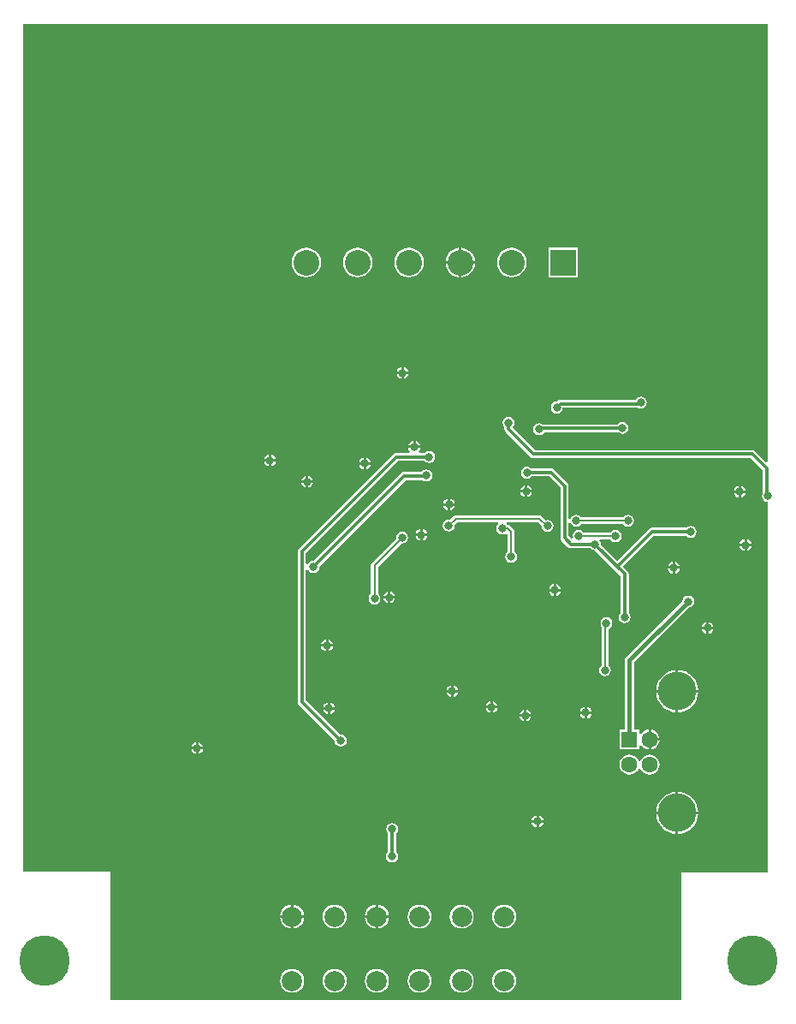
<source format=gbl>
%FSLAX23Y23*%
%MOIN*%
G70*
G01*
G75*
G04 Layer_Physical_Order=2*
G04 Layer_Color=16711680*
%ADD10R,0.012X0.063*%
%ADD11R,0.049X0.035*%
%ADD12R,0.020X0.059*%
%ADD13R,0.047X0.024*%
%ADD14R,0.035X0.049*%
%ADD15R,0.063X0.012*%
%ADD16R,0.035X0.083*%
%ADD17R,0.130X0.083*%
%ADD18R,0.071X0.014*%
%ADD19R,0.217X0.059*%
%ADD20R,0.033X0.031*%
%ADD21R,0.031X0.033*%
%ADD22R,0.024X0.081*%
%ADD23R,0.039X0.069*%
%ADD24R,0.033X0.051*%
%ADD25R,0.051X0.033*%
%ADD26C,0.012*%
%ADD27C,0.008*%
%ADD28C,0.016*%
%ADD29C,0.006*%
%ADD30C,0.063*%
%ADD31R,0.063X0.063*%
%ADD32C,0.150*%
%ADD33R,0.100X0.100*%
%ADD34C,0.100*%
%ADD35C,0.197*%
%ADD36C,0.079*%
%ADD37C,0.032*%
G36*
X11700Y6598D02*
Y4900D01*
X11693Y4896D01*
X11651Y4939D01*
X11645Y4942D01*
X11639Y4943D01*
X10794D01*
X10706Y5031D01*
Y5032D01*
X10707Y5032D01*
X10712Y5040D01*
X10713Y5049D01*
X10712Y5058D01*
X10707Y5066D01*
X10699Y5071D01*
X10690Y5072D01*
X10681Y5071D01*
X10673Y5066D01*
X10668Y5058D01*
X10667Y5049D01*
X10668Y5040D01*
X10673Y5032D01*
X10674Y5032D01*
Y5024D01*
X10674Y5024D01*
X10674D01*
X10675Y5018D01*
X10678Y5012D01*
X10775Y4915D01*
X10775Y4915D01*
X10775Y4915D01*
X10775Y4915D01*
Y4915D01*
X10781Y4912D01*
X10787Y4911D01*
X11632D01*
X11679Y4864D01*
Y4774D01*
X11678Y4773D01*
X11677Y4764D01*
X11678Y4755D01*
X11683Y4747D01*
X11691Y4742D01*
X11700Y4741D01*
Y3299D01*
X11364D01*
X11362Y3297D01*
Y2803D01*
X9140D01*
X9138Y2807D01*
X9138D01*
X9138Y2807D01*
Y3301D01*
X8800D01*
Y6600D01*
X11698D01*
X11700Y6598D01*
D02*
G37*
%LPC*%
G36*
X10646Y3937D02*
X10629D01*
Y3920D01*
X10633Y3920D01*
X10641Y3925D01*
X10646Y3933D01*
X10646Y3937D01*
D02*
G37*
G36*
X10013Y3932D02*
X9996D01*
Y3915D01*
X10000Y3915D01*
X10008Y3920D01*
X10013Y3928D01*
X10013Y3932D01*
D02*
G37*
G36*
X10619Y3937D02*
X10602D01*
X10602Y3933D01*
X10607Y3925D01*
X10615Y3920D01*
X10619Y3920D01*
Y3937D01*
D02*
G37*
G36*
X11341Y3999D02*
X11265D01*
X11266Y3988D01*
X11271Y3973D01*
X11278Y3958D01*
X11288Y3946D01*
X11301Y3936D01*
X11315Y3928D01*
X11330Y3923D01*
X11341Y3922D01*
Y3999D01*
D02*
G37*
G36*
X10996Y3942D02*
Y3925D01*
X11013D01*
X11013Y3929D01*
X11008Y3937D01*
X11000Y3942D01*
X10996Y3942D01*
D02*
G37*
G36*
X10986D02*
X10982Y3942D01*
X10974Y3937D01*
X10969Y3929D01*
X10969Y3925D01*
X10986D01*
Y3942D01*
D02*
G37*
G36*
X11428Y3999D02*
X11351D01*
Y3922D01*
X11363Y3923D01*
X11378Y3928D01*
X11392Y3936D01*
X11405Y3946D01*
X11415Y3958D01*
X11422Y3973D01*
X11427Y3988D01*
X11428Y3999D01*
D02*
G37*
G36*
X9986Y3932D02*
X9969D01*
X9969Y3928D01*
X9974Y3920D01*
X9982Y3915D01*
X9986Y3915D01*
Y3932D01*
D02*
G37*
G36*
X10750Y3904D02*
X10733D01*
X10733Y3900D01*
X10738Y3892D01*
X10746Y3887D01*
X10750Y3887D01*
Y3904D01*
D02*
G37*
G36*
X10777D02*
X10760D01*
Y3887D01*
X10764Y3887D01*
X10772Y3892D01*
X10777Y3900D01*
X10777Y3904D01*
D02*
G37*
G36*
X9482Y3804D02*
Y3787D01*
X9499D01*
X9499Y3791D01*
X9494Y3799D01*
X9486Y3804D01*
X9482Y3804D01*
D02*
G37*
G36*
X11245Y3854D02*
Y3821D01*
X11278D01*
X11277Y3826D01*
X11273Y3836D01*
X11267Y3844D01*
X11259Y3850D01*
X11250Y3854D01*
X11245Y3854D01*
D02*
G37*
G36*
X10750Y3931D02*
X10746Y3931D01*
X10738Y3926D01*
X10733Y3918D01*
X10733Y3914D01*
X10750D01*
Y3931D01*
D02*
G37*
G36*
X10760D02*
Y3914D01*
X10777D01*
X10777Y3918D01*
X10772Y3926D01*
X10764Y3931D01*
X10760Y3931D01*
D02*
G37*
G36*
X10986Y3915D02*
X10969D01*
X10969Y3911D01*
X10974Y3903D01*
X10982Y3898D01*
X10986Y3898D01*
Y3915D01*
D02*
G37*
G36*
X11013D02*
X10996D01*
Y3898D01*
X11000Y3898D01*
X11008Y3903D01*
X11013Y3911D01*
X11013Y3915D01*
D02*
G37*
G36*
X9978Y4177D02*
X9961D01*
X9961Y4173D01*
X9966Y4165D01*
X9974Y4160D01*
X9978Y4160D01*
Y4177D01*
D02*
G37*
G36*
X10005D02*
X9988D01*
Y4160D01*
X9992Y4160D01*
X10000Y4165D01*
X10005Y4173D01*
X10005Y4177D01*
D02*
G37*
G36*
X11351Y4086D02*
Y4009D01*
X11428D01*
X11427Y4020D01*
X11422Y4035D01*
X11415Y4050D01*
X11405Y4062D01*
X11392Y4072D01*
X11378Y4080D01*
X11363Y4085D01*
X11351Y4086D01*
D02*
G37*
G36*
X11071Y4291D02*
X11062Y4290D01*
X11054Y4285D01*
X11049Y4277D01*
X11048Y4268D01*
X11049Y4259D01*
X11052Y4255D01*
Y4105D01*
X11048Y4103D01*
X11043Y4095D01*
X11042Y4086D01*
X11043Y4077D01*
X11048Y4069D01*
X11056Y4064D01*
X11065Y4063D01*
X11074Y4064D01*
X11082Y4069D01*
X11087Y4077D01*
X11088Y4086D01*
X11087Y4095D01*
X11082Y4103D01*
X11078Y4105D01*
Y4246D01*
X11080Y4246D01*
X11088Y4251D01*
X11093Y4259D01*
X11094Y4268D01*
X11093Y4277D01*
X11088Y4285D01*
X11080Y4290D01*
X11071Y4291D01*
D02*
G37*
G36*
X11460Y4245D02*
X11443D01*
X11443Y4241D01*
X11448Y4233D01*
X11456Y4228D01*
X11460Y4228D01*
Y4245D01*
D02*
G37*
G36*
X11487D02*
X11470D01*
Y4228D01*
X11474Y4228D01*
X11482Y4233D01*
X11487Y4241D01*
X11487Y4245D01*
D02*
G37*
G36*
X9978Y4204D02*
X9974Y4204D01*
X9966Y4199D01*
X9961Y4191D01*
X9961Y4187D01*
X9978D01*
Y4204D01*
D02*
G37*
G36*
X9988D02*
Y4187D01*
X10005D01*
X10005Y4191D01*
X10000Y4199D01*
X9992Y4204D01*
X9988Y4204D01*
D02*
G37*
G36*
X11341Y4086D02*
X11330Y4085D01*
X11315Y4080D01*
X11301Y4072D01*
X11288Y4062D01*
X11278Y4050D01*
X11271Y4035D01*
X11266Y4020D01*
X11265Y4009D01*
X11341D01*
Y4086D01*
D02*
G37*
G36*
X10619Y3964D02*
X10615Y3964D01*
X10607Y3959D01*
X10602Y3951D01*
X10602Y3947D01*
X10619D01*
Y3964D01*
D02*
G37*
G36*
X10629D02*
Y3947D01*
X10646D01*
X10646Y3951D01*
X10641Y3959D01*
X10633Y3964D01*
X10629Y3964D01*
D02*
G37*
G36*
X9986Y3959D02*
X9982Y3959D01*
X9974Y3954D01*
X9969Y3946D01*
X9969Y3942D01*
X9986D01*
Y3959D01*
D02*
G37*
G36*
X9996D02*
Y3942D01*
X10013D01*
X10013Y3946D01*
X10008Y3954D01*
X10000Y3959D01*
X9996Y3959D01*
D02*
G37*
G36*
X10466Y4026D02*
X10462Y4026D01*
X10454Y4021D01*
X10449Y4013D01*
X10449Y4009D01*
X10466D01*
Y4026D01*
D02*
G37*
G36*
X10476D02*
Y4009D01*
X10493D01*
X10493Y4013D01*
X10488Y4021D01*
X10480Y4026D01*
X10476Y4026D01*
D02*
G37*
G36*
X10466Y3999D02*
X10449D01*
X10449Y3995D01*
X10454Y3987D01*
X10462Y3982D01*
X10466Y3982D01*
Y3999D01*
D02*
G37*
G36*
X10493D02*
X10476D01*
Y3982D01*
X10480Y3982D01*
X10488Y3987D01*
X10493Y3995D01*
X10493Y3999D01*
D02*
G37*
G36*
X9842Y3121D02*
X9801D01*
X9802Y3114D01*
X9807Y3103D01*
X9814Y3093D01*
X9824Y3086D01*
X9835Y3081D01*
X9842Y3080D01*
Y3121D01*
D02*
G37*
G36*
X9894D02*
X9852D01*
Y3080D01*
X9860Y3081D01*
X9871Y3086D01*
X9880Y3093D01*
X9888Y3103D01*
X9893Y3114D01*
X9894Y3121D01*
D02*
G37*
G36*
X10508Y3173D02*
X10496Y3172D01*
X10484Y3167D01*
X10475Y3160D01*
X10467Y3150D01*
X10462Y3139D01*
X10461Y3126D01*
X10462Y3114D01*
X10467Y3103D01*
X10475Y3093D01*
X10484Y3086D01*
X10496Y3081D01*
X10508Y3080D01*
X10520Y3081D01*
X10531Y3086D01*
X10541Y3093D01*
X10548Y3103D01*
X10553Y3114D01*
X10554Y3126D01*
X10553Y3139D01*
X10548Y3150D01*
X10541Y3160D01*
X10531Y3167D01*
X10520Y3172D01*
X10508Y3173D01*
D02*
G37*
G36*
X10673D02*
X10660Y3172D01*
X10649Y3167D01*
X10640Y3160D01*
X10632Y3150D01*
X10627Y3139D01*
X10626Y3126D01*
X10627Y3114D01*
X10632Y3103D01*
X10640Y3093D01*
X10649Y3086D01*
X10660Y3081D01*
X10673Y3080D01*
X10685Y3081D01*
X10696Y3086D01*
X10706Y3093D01*
X10713Y3103D01*
X10718Y3114D01*
X10719Y3126D01*
X10718Y3139D01*
X10713Y3150D01*
X10706Y3160D01*
X10696Y3167D01*
X10685Y3172D01*
X10673Y3173D01*
D02*
G37*
G36*
X9842Y3173D02*
X9835Y3172D01*
X9824Y3167D01*
X9814Y3160D01*
X9807Y3150D01*
X9802Y3139D01*
X9801Y3131D01*
X9842D01*
Y3173D01*
D02*
G37*
G36*
X9852D02*
Y3131D01*
X9894D01*
X9893Y3139D01*
X9888Y3150D01*
X9880Y3160D01*
X9871Y3167D01*
X9860Y3172D01*
X9852Y3173D01*
D02*
G37*
G36*
X10172Y3121D02*
X10131D01*
X10132Y3114D01*
X10137Y3103D01*
X10144Y3093D01*
X10154Y3086D01*
X10165Y3081D01*
X10172Y3080D01*
Y3121D01*
D02*
G37*
G36*
X10223D02*
X10182D01*
Y3080D01*
X10189Y3081D01*
X10201Y3086D01*
X10210Y3093D01*
X10218Y3103D01*
X10222Y3114D01*
X10223Y3121D01*
D02*
G37*
G36*
X10177Y2923D02*
X10165Y2922D01*
X10154Y2917D01*
X10144Y2910D01*
X10137Y2900D01*
X10132Y2889D01*
X10131Y2876D01*
X10132Y2864D01*
X10137Y2853D01*
X10144Y2843D01*
X10154Y2836D01*
X10165Y2831D01*
X10177Y2830D01*
X10189Y2831D01*
X10201Y2836D01*
X10210Y2843D01*
X10218Y2853D01*
X10222Y2864D01*
X10224Y2876D01*
X10222Y2889D01*
X10218Y2900D01*
X10210Y2910D01*
X10201Y2917D01*
X10189Y2922D01*
X10177Y2923D01*
D02*
G37*
G36*
X10343D02*
X10331Y2922D01*
X10319Y2917D01*
X10310Y2910D01*
X10302Y2900D01*
X10298Y2889D01*
X10296Y2876D01*
X10298Y2864D01*
X10302Y2853D01*
X10310Y2843D01*
X10319Y2836D01*
X10331Y2831D01*
X10343Y2830D01*
X10355Y2831D01*
X10366Y2836D01*
X10376Y2843D01*
X10383Y2853D01*
X10388Y2864D01*
X10389Y2876D01*
X10388Y2889D01*
X10383Y2900D01*
X10376Y2910D01*
X10366Y2917D01*
X10355Y2922D01*
X10343Y2923D01*
D02*
G37*
G36*
X9847D02*
X9835Y2922D01*
X9824Y2917D01*
X9814Y2910D01*
X9807Y2900D01*
X9802Y2889D01*
X9801Y2876D01*
X9802Y2864D01*
X9807Y2853D01*
X9814Y2843D01*
X9824Y2836D01*
X9835Y2831D01*
X9847Y2830D01*
X9860Y2831D01*
X9871Y2836D01*
X9880Y2843D01*
X9888Y2853D01*
X9893Y2864D01*
X9894Y2876D01*
X9893Y2889D01*
X9888Y2900D01*
X9880Y2910D01*
X9871Y2917D01*
X9860Y2922D01*
X9847Y2923D01*
D02*
G37*
G36*
X10012D02*
X10000Y2922D01*
X9989Y2917D01*
X9979Y2910D01*
X9972Y2900D01*
X9967Y2889D01*
X9966Y2876D01*
X9967Y2864D01*
X9972Y2853D01*
X9979Y2843D01*
X9989Y2836D01*
X10000Y2831D01*
X10012Y2830D01*
X10024Y2831D01*
X10036Y2836D01*
X10045Y2843D01*
X10053Y2853D01*
X10058Y2864D01*
X10059Y2876D01*
X10058Y2889D01*
X10053Y2900D01*
X10045Y2910D01*
X10036Y2917D01*
X10024Y2922D01*
X10012Y2923D01*
D02*
G37*
G36*
Y3173D02*
X10000Y3172D01*
X9989Y3167D01*
X9979Y3160D01*
X9972Y3150D01*
X9967Y3139D01*
X9966Y3126D01*
X9967Y3114D01*
X9972Y3103D01*
X9979Y3093D01*
X9989Y3086D01*
X10000Y3081D01*
X10012Y3080D01*
X10024Y3081D01*
X10036Y3086D01*
X10045Y3093D01*
X10053Y3103D01*
X10058Y3114D01*
X10059Y3126D01*
X10058Y3139D01*
X10053Y3150D01*
X10045Y3160D01*
X10036Y3167D01*
X10024Y3172D01*
X10012Y3173D01*
D02*
G37*
G36*
X10343D02*
X10331Y3172D01*
X10319Y3167D01*
X10310Y3160D01*
X10302Y3150D01*
X10298Y3139D01*
X10296Y3126D01*
X10298Y3114D01*
X10302Y3103D01*
X10310Y3093D01*
X10319Y3086D01*
X10331Y3081D01*
X10343Y3080D01*
X10355Y3081D01*
X10366Y3086D01*
X10376Y3093D01*
X10383Y3103D01*
X10388Y3114D01*
X10389Y3126D01*
X10388Y3139D01*
X10383Y3150D01*
X10376Y3160D01*
X10366Y3167D01*
X10355Y3172D01*
X10343Y3173D01*
D02*
G37*
G36*
X10508Y2923D02*
X10496Y2922D01*
X10484Y2917D01*
X10475Y2910D01*
X10467Y2900D01*
X10462Y2889D01*
X10461Y2876D01*
X10462Y2864D01*
X10467Y2853D01*
X10475Y2843D01*
X10484Y2836D01*
X10496Y2831D01*
X10508Y2830D01*
X10520Y2831D01*
X10531Y2836D01*
X10541Y2843D01*
X10548Y2853D01*
X10553Y2864D01*
X10554Y2876D01*
X10553Y2889D01*
X10548Y2900D01*
X10541Y2910D01*
X10531Y2917D01*
X10520Y2922D01*
X10508Y2923D01*
D02*
G37*
G36*
X10673D02*
X10660Y2922D01*
X10649Y2917D01*
X10640Y2910D01*
X10632Y2900D01*
X10627Y2889D01*
X10626Y2876D01*
X10627Y2864D01*
X10632Y2853D01*
X10640Y2843D01*
X10649Y2836D01*
X10660Y2831D01*
X10673Y2830D01*
X10685Y2831D01*
X10696Y2836D01*
X10706Y2843D01*
X10713Y2853D01*
X10718Y2864D01*
X10719Y2876D01*
X10718Y2889D01*
X10713Y2900D01*
X10706Y2910D01*
X10696Y2917D01*
X10685Y2922D01*
X10673Y2923D01*
D02*
G37*
G36*
X10172Y3173D02*
X10165Y3172D01*
X10154Y3167D01*
X10144Y3160D01*
X10137Y3150D01*
X10132Y3139D01*
X10131Y3131D01*
X10172D01*
Y3173D01*
D02*
G37*
G36*
X11240Y3757D02*
X11230Y3755D01*
X11220Y3751D01*
X11212Y3745D01*
X11206Y3737D01*
X11204Y3733D01*
X11196D01*
X11195Y3737D01*
X11189Y3745D01*
X11180Y3751D01*
X11171Y3755D01*
X11161Y3757D01*
X11151Y3755D01*
X11142Y3751D01*
X11134Y3745D01*
X11127Y3737D01*
X11124Y3728D01*
X11122Y3718D01*
X11124Y3708D01*
X11127Y3698D01*
X11134Y3690D01*
X11142Y3684D01*
X11151Y3680D01*
X11161Y3679D01*
X11171Y3680D01*
X11180Y3684D01*
X11189Y3690D01*
X11195Y3698D01*
X11196Y3703D01*
X11204D01*
X11206Y3698D01*
X11212Y3690D01*
X11220Y3684D01*
X11230Y3680D01*
X11240Y3679D01*
X11250Y3680D01*
X11259Y3684D01*
X11267Y3690D01*
X11273Y3698D01*
X11277Y3708D01*
X11279Y3718D01*
X11277Y3728D01*
X11273Y3737D01*
X11267Y3745D01*
X11259Y3751D01*
X11250Y3755D01*
X11240Y3757D01*
D02*
G37*
G36*
X9472Y3777D02*
X9455D01*
X9455Y3773D01*
X9460Y3765D01*
X9468Y3760D01*
X9472Y3760D01*
Y3777D01*
D02*
G37*
G36*
X11341Y3612D02*
X11330Y3611D01*
X11315Y3606D01*
X11301Y3598D01*
X11288Y3588D01*
X11278Y3576D01*
X11271Y3561D01*
X11266Y3546D01*
X11265Y3535D01*
X11341D01*
Y3612D01*
D02*
G37*
G36*
X11351D02*
Y3535D01*
X11428D01*
X11427Y3546D01*
X11422Y3561D01*
X11415Y3576D01*
X11405Y3588D01*
X11392Y3598D01*
X11378Y3606D01*
X11363Y3611D01*
X11351Y3612D01*
D02*
G37*
G36*
X11278Y3811D02*
X11245D01*
Y3778D01*
X11250Y3779D01*
X11259Y3783D01*
X11267Y3789D01*
X11273Y3797D01*
X11277Y3806D01*
X11278Y3811D01*
D02*
G37*
G36*
X9472Y3804D02*
X9468Y3804D01*
X9460Y3799D01*
X9455Y3791D01*
X9455Y3787D01*
X9472D01*
Y3804D01*
D02*
G37*
G36*
X9499Y3777D02*
X9482D01*
Y3760D01*
X9486Y3760D01*
X9494Y3765D01*
X9499Y3773D01*
X9499Y3777D01*
D02*
G37*
G36*
X11390Y4376D02*
X11381Y4375D01*
X11373Y4370D01*
X11368Y4362D01*
X11367Y4356D01*
X11148Y4137D01*
X11144Y4131D01*
X11144Y4130D01*
X11143Y4124D01*
Y3855D01*
X11123D01*
Y3778D01*
X11200D01*
Y3793D01*
X11207Y3796D01*
X11212Y3789D01*
X11220Y3783D01*
X11230Y3779D01*
X11235Y3778D01*
Y3816D01*
Y3854D01*
X11230Y3854D01*
X11220Y3850D01*
X11212Y3844D01*
X11207Y3837D01*
X11200Y3839D01*
Y3855D01*
X11179D01*
Y4116D01*
X11393Y4330D01*
X11399Y4331D01*
X11407Y4336D01*
X11412Y4344D01*
X11413Y4353D01*
X11412Y4362D01*
X11407Y4370D01*
X11399Y4375D01*
X11390Y4376D01*
D02*
G37*
G36*
X11341Y3525D02*
X11265D01*
X11266Y3514D01*
X11271Y3499D01*
X11278Y3484D01*
X11288Y3472D01*
X11301Y3462D01*
X11315Y3454D01*
X11330Y3449D01*
X11341Y3448D01*
Y3525D01*
D02*
G37*
G36*
X11428D02*
X11351D01*
Y3448D01*
X11363Y3449D01*
X11378Y3454D01*
X11392Y3462D01*
X11405Y3472D01*
X11415Y3484D01*
X11422Y3499D01*
X11427Y3514D01*
X11428Y3525D01*
D02*
G37*
G36*
X10182Y3173D02*
Y3131D01*
X10223D01*
X10222Y3139D01*
X10218Y3150D01*
X10210Y3160D01*
X10201Y3167D01*
X10189Y3172D01*
X10182Y3173D01*
D02*
G37*
G36*
X10237Y3490D02*
X10228Y3489D01*
X10220Y3484D01*
X10215Y3476D01*
X10214Y3467D01*
X10215Y3458D01*
X10220Y3452D01*
Y3377D01*
X10219Y3377D01*
X10214Y3369D01*
X10213Y3360D01*
X10214Y3351D01*
X10219Y3343D01*
X10227Y3338D01*
X10236Y3337D01*
X10245Y3338D01*
X10253Y3343D01*
X10258Y3351D01*
X10259Y3360D01*
X10258Y3369D01*
X10253Y3377D01*
X10252Y3377D01*
Y3450D01*
X10254Y3450D01*
X10259Y3458D01*
X10260Y3467D01*
X10259Y3476D01*
X10254Y3484D01*
X10246Y3489D01*
X10237Y3490D01*
D02*
G37*
G36*
X10798Y3519D02*
X10794Y3519D01*
X10786Y3514D01*
X10781Y3506D01*
X10781Y3502D01*
X10798D01*
Y3519D01*
D02*
G37*
G36*
X10808D02*
Y3502D01*
X10825D01*
X10825Y3506D01*
X10820Y3514D01*
X10812Y3519D01*
X10808Y3519D01*
D02*
G37*
G36*
X10798Y3492D02*
X10781D01*
X10781Y3488D01*
X10786Y3480D01*
X10794Y3475D01*
X10798Y3475D01*
Y3492D01*
D02*
G37*
G36*
X10825D02*
X10808D01*
Y3475D01*
X10812Y3475D01*
X10820Y3480D01*
X10825Y3488D01*
X10825Y3492D01*
D02*
G37*
G36*
X11460Y4272D02*
X11456Y4272D01*
X11448Y4267D01*
X11443Y4259D01*
X11443Y4255D01*
X11460D01*
Y4272D01*
D02*
G37*
G36*
X9783Y4897D02*
X9766D01*
Y4880D01*
X9770Y4880D01*
X9778Y4885D01*
X9783Y4893D01*
X9783Y4897D01*
D02*
G37*
G36*
X10345Y4950D02*
X10301D01*
X10301Y4946D01*
X10306Y4939D01*
X10302Y4932D01*
X10254D01*
X10248Y4931D01*
X10242Y4928D01*
X9873Y4559D01*
X9870Y4553D01*
X9869Y4547D01*
Y3962D01*
X9869Y3962D01*
X9869D01*
X9870Y3956D01*
X9873Y3950D01*
X10013Y3811D01*
X10014Y3803D01*
X10019Y3795D01*
X10027Y3790D01*
X10036Y3789D01*
X10045Y3790D01*
X10053Y3795D01*
X10058Y3803D01*
X10059Y3812D01*
X10058Y3821D01*
X10053Y3829D01*
X10045Y3834D01*
X10036Y3835D01*
X10035Y3835D01*
X9901Y3969D01*
Y4476D01*
X9909Y4478D01*
X9913Y4471D01*
X9921Y4466D01*
X9930Y4465D01*
X9939Y4466D01*
X9947Y4471D01*
X9952Y4479D01*
X9953Y4488D01*
X9953Y4488D01*
X10291Y4826D01*
X10356D01*
X10361Y4822D01*
X10370Y4821D01*
X10379Y4822D01*
X10387Y4827D01*
X10392Y4835D01*
X10393Y4844D01*
X10392Y4853D01*
X10387Y4861D01*
X10379Y4866D01*
X10370Y4867D01*
X10361Y4866D01*
X10353Y4861D01*
X10352Y4858D01*
X10284D01*
X10278Y4857D01*
X10272Y4854D01*
X9930Y4511D01*
X9930Y4511D01*
X9921Y4510D01*
X9913Y4505D01*
X9909Y4498D01*
X9901Y4500D01*
Y4540D01*
X10261Y4900D01*
X10364D01*
X10364Y4899D01*
X10372Y4894D01*
X10381Y4893D01*
X10390Y4894D01*
X10398Y4899D01*
X10403Y4907D01*
X10404Y4916D01*
X10403Y4925D01*
X10398Y4933D01*
X10390Y4938D01*
X10381Y4939D01*
X10372Y4938D01*
X10364Y4933D01*
X10364Y4932D01*
X10344D01*
X10340Y4939D01*
X10345Y4946D01*
X10345Y4950D01*
D02*
G37*
G36*
X10152Y4885D02*
X10135D01*
Y4868D01*
X10139Y4868D01*
X10147Y4873D01*
X10152Y4881D01*
X10152Y4885D01*
D02*
G37*
G36*
X9756Y4897D02*
X9739D01*
X9739Y4893D01*
X9744Y4885D01*
X9752Y4880D01*
X9756Y4880D01*
Y4897D01*
D02*
G37*
G36*
Y4924D02*
X9752Y4924D01*
X9744Y4919D01*
X9739Y4911D01*
X9739Y4907D01*
X9756D01*
Y4924D01*
D02*
G37*
G36*
X9766D02*
Y4907D01*
X9783D01*
X9783Y4911D01*
X9778Y4919D01*
X9770Y4924D01*
X9766Y4924D01*
D02*
G37*
G36*
X10125Y4912D02*
X10121Y4912D01*
X10113Y4907D01*
X10108Y4899D01*
X10108Y4895D01*
X10125D01*
Y4912D01*
D02*
G37*
G36*
X10135D02*
Y4895D01*
X10152D01*
X10152Y4899D01*
X10147Y4907D01*
X10139Y4912D01*
X10135Y4912D01*
D02*
G37*
G36*
X10764Y4804D02*
Y4787D01*
X10781D01*
X10781Y4791D01*
X10776Y4799D01*
X10768Y4804D01*
X10764Y4804D01*
D02*
G37*
G36*
X9900Y4814D02*
X9883D01*
X9884Y4810D01*
X9889Y4803D01*
X9896Y4798D01*
X9900Y4797D01*
Y4814D01*
D02*
G37*
G36*
X11595Y4803D02*
Y4786D01*
X11613D01*
X11612Y4790D01*
X11607Y4797D01*
X11599Y4802D01*
X11595Y4803D01*
D02*
G37*
G36*
X10754Y4804D02*
X10750Y4804D01*
X10742Y4799D01*
X10737Y4791D01*
X10737Y4787D01*
X10754D01*
Y4804D01*
D02*
G37*
G36*
X9910Y4842D02*
Y4824D01*
X9928D01*
X9927Y4828D01*
X9922Y4836D01*
X9914Y4841D01*
X9910Y4842D01*
D02*
G37*
G36*
X10125Y4885D02*
X10108D01*
X10108Y4881D01*
X10113Y4873D01*
X10121Y4868D01*
X10125Y4868D01*
Y4885D01*
D02*
G37*
G36*
X9928Y4814D02*
X9910D01*
Y4797D01*
X9914Y4798D01*
X9922Y4803D01*
X9927Y4810D01*
X9928Y4814D01*
D02*
G37*
G36*
X9900Y4842D02*
X9896Y4841D01*
X9889Y4836D01*
X9884Y4828D01*
X9883Y4824D01*
X9900D01*
Y4842D01*
D02*
G37*
G36*
X10318Y4977D02*
X10314Y4977D01*
X10306Y4972D01*
X10301Y4964D01*
X10301Y4960D01*
X10318D01*
Y4977D01*
D02*
G37*
G36*
X10702Y5730D02*
X10687Y5729D01*
X10673Y5723D01*
X10661Y5714D01*
X10652Y5702D01*
X10646Y5688D01*
X10645Y5673D01*
X10646Y5658D01*
X10652Y5644D01*
X10661Y5632D01*
X10673Y5623D01*
X10687Y5617D01*
X10702Y5616D01*
X10717Y5617D01*
X10731Y5623D01*
X10743Y5632D01*
X10752Y5644D01*
X10758Y5658D01*
X10759Y5673D01*
X10758Y5688D01*
X10752Y5702D01*
X10743Y5714D01*
X10731Y5723D01*
X10717Y5729D01*
X10702Y5730D01*
D02*
G37*
G36*
X10959Y5730D02*
X10845D01*
Y5616D01*
X10959D01*
Y5730D01*
D02*
G37*
G36*
X10102Y5730D02*
X10087Y5729D01*
X10073Y5723D01*
X10061Y5714D01*
X10052Y5702D01*
X10046Y5688D01*
X10045Y5673D01*
X10046Y5658D01*
X10052Y5644D01*
X10061Y5632D01*
X10073Y5623D01*
X10087Y5617D01*
X10102Y5616D01*
X10117Y5617D01*
X10131Y5623D01*
X10143Y5632D01*
X10152Y5644D01*
X10158Y5658D01*
X10159Y5673D01*
X10158Y5688D01*
X10152Y5702D01*
X10143Y5714D01*
X10131Y5723D01*
X10117Y5729D01*
X10102Y5730D01*
D02*
G37*
G36*
X10302D02*
X10287Y5729D01*
X10273Y5723D01*
X10261Y5714D01*
X10252Y5702D01*
X10246Y5688D01*
X10245Y5673D01*
X10246Y5658D01*
X10252Y5644D01*
X10261Y5632D01*
X10273Y5623D01*
X10287Y5617D01*
X10302Y5616D01*
X10317Y5617D01*
X10331Y5623D01*
X10343Y5632D01*
X10352Y5644D01*
X10358Y5658D01*
X10359Y5673D01*
X10358Y5688D01*
X10352Y5702D01*
X10343Y5714D01*
X10331Y5723D01*
X10317Y5729D01*
X10302Y5730D01*
D02*
G37*
G36*
X10497Y5730D02*
X10487Y5729D01*
X10473Y5723D01*
X10461Y5714D01*
X10452Y5702D01*
X10446Y5688D01*
X10445Y5678D01*
X10497D01*
Y5730D01*
D02*
G37*
G36*
X10507D02*
Y5678D01*
X10559D01*
X10558Y5688D01*
X10552Y5702D01*
X10543Y5714D01*
X10531Y5723D01*
X10517Y5729D01*
X10507Y5730D01*
D02*
G37*
G36*
X10497Y5668D02*
X10445D01*
X10446Y5658D01*
X10452Y5644D01*
X10461Y5632D01*
X10473Y5623D01*
X10487Y5617D01*
X10497Y5616D01*
Y5668D01*
D02*
G37*
G36*
X10559D02*
X10507D01*
Y5616D01*
X10517Y5617D01*
X10531Y5623D01*
X10543Y5632D01*
X10552Y5644D01*
X10558Y5658D01*
X10559Y5668D01*
D02*
G37*
G36*
X11205Y5150D02*
X11196Y5149D01*
X11188Y5144D01*
X11186Y5139D01*
X10893D01*
X10887Y5138D01*
X10881Y5135D01*
X10878Y5131D01*
X10878Y5131D01*
X10869Y5130D01*
X10861Y5125D01*
X10856Y5117D01*
X10855Y5108D01*
X10856Y5099D01*
X10861Y5091D01*
X10869Y5086D01*
X10878Y5085D01*
X10887Y5086D01*
X10895Y5091D01*
X10900Y5099D01*
X10901Y5107D01*
X11194D01*
X11196Y5105D01*
X11205Y5104D01*
X11214Y5105D01*
X11222Y5110D01*
X11227Y5118D01*
X11228Y5127D01*
X11227Y5136D01*
X11222Y5144D01*
X11214Y5149D01*
X11205Y5150D01*
D02*
G37*
G36*
X10272Y5238D02*
X10255D01*
X10255Y5234D01*
X10260Y5226D01*
X10268Y5221D01*
X10272Y5221D01*
Y5238D01*
D02*
G37*
G36*
X10328Y4977D02*
Y4960D01*
X10345D01*
X10345Y4964D01*
X10340Y4972D01*
X10332Y4977D01*
X10328Y4977D01*
D02*
G37*
G36*
X11134Y5052D02*
X11125Y5051D01*
X11117Y5046D01*
X11116Y5043D01*
X10821D01*
X10818Y5046D01*
X10809Y5047D01*
X10800Y5046D01*
X10792Y5041D01*
X10787Y5033D01*
X10786Y5024D01*
X10787Y5015D01*
X10792Y5007D01*
X10800Y5002D01*
X10809Y5001D01*
X10818Y5002D01*
X10826Y5007D01*
X10828Y5011D01*
X11120D01*
X11125Y5007D01*
X11134Y5006D01*
X11143Y5007D01*
X11151Y5012D01*
X11156Y5020D01*
X11157Y5029D01*
X11156Y5038D01*
X11151Y5046D01*
X11143Y5051D01*
X11134Y5052D01*
D02*
G37*
G36*
X10282Y5265D02*
Y5248D01*
X10299D01*
X10299Y5252D01*
X10294Y5260D01*
X10286Y5265D01*
X10282Y5265D01*
D02*
G37*
G36*
X9902Y5730D02*
X9887Y5729D01*
X9873Y5723D01*
X9861Y5714D01*
X9852Y5702D01*
X9846Y5688D01*
X9845Y5673D01*
X9846Y5658D01*
X9852Y5644D01*
X9861Y5632D01*
X9873Y5623D01*
X9887Y5617D01*
X9902Y5616D01*
X9917Y5617D01*
X9931Y5623D01*
X9943Y5632D01*
X9952Y5644D01*
X9958Y5658D01*
X9959Y5673D01*
X9958Y5688D01*
X9952Y5702D01*
X9943Y5714D01*
X9931Y5723D01*
X9917Y5729D01*
X9902Y5730D01*
D02*
G37*
G36*
X10299Y5238D02*
X10282D01*
Y5221D01*
X10286Y5221D01*
X10294Y5226D01*
X10299Y5234D01*
X10299Y5238D01*
D02*
G37*
G36*
X10272Y5265D02*
X10268Y5265D01*
X10260Y5260D01*
X10255Y5252D01*
X10255Y5248D01*
X10272D01*
Y5265D01*
D02*
G37*
G36*
X11356Y4480D02*
X11338D01*
Y4463D01*
X11342Y4463D01*
X11350Y4468D01*
X11355Y4476D01*
X11356Y4480D01*
D02*
G37*
G36*
X11328Y4507D02*
X11324Y4507D01*
X11317Y4502D01*
X11312Y4494D01*
X11311Y4490D01*
X11328D01*
Y4507D01*
D02*
G37*
G36*
X10875Y4420D02*
Y4403D01*
X10892D01*
X10892Y4407D01*
X10887Y4415D01*
X10879Y4420D01*
X10875Y4420D01*
D02*
G37*
G36*
X11328Y4480D02*
X11311D01*
X11312Y4476D01*
X11317Y4468D01*
X11324Y4463D01*
X11328Y4463D01*
Y4480D01*
D02*
G37*
G36*
X11635Y4568D02*
X11618D01*
Y4551D01*
X11622Y4551D01*
X11630Y4556D01*
X11635Y4564D01*
X11635Y4568D01*
D02*
G37*
G36*
X11608Y4595D02*
X11604Y4595D01*
X11596Y4590D01*
X11591Y4582D01*
X11591Y4578D01*
X11608D01*
Y4595D01*
D02*
G37*
G36*
X11338Y4507D02*
Y4490D01*
X11356D01*
X11355Y4494D01*
X11350Y4502D01*
X11342Y4507D01*
X11338Y4507D01*
D02*
G37*
G36*
X11608Y4568D02*
X11591D01*
X11591Y4564D01*
X11596Y4556D01*
X11604Y4551D01*
X11608Y4551D01*
Y4568D01*
D02*
G37*
G36*
X10247Y4364D02*
X10230D01*
Y4347D01*
X10234Y4347D01*
X10242Y4352D01*
X10247Y4360D01*
X10247Y4364D01*
D02*
G37*
G36*
X10220Y4391D02*
X10216Y4391D01*
X10208Y4386D01*
X10203Y4378D01*
X10203Y4374D01*
X10220D01*
Y4391D01*
D02*
G37*
G36*
X11470Y4272D02*
Y4255D01*
X11487D01*
X11487Y4259D01*
X11482Y4267D01*
X11474Y4272D01*
X11470Y4272D01*
D02*
G37*
G36*
X10220Y4364D02*
X10203D01*
X10203Y4360D01*
X10208Y4352D01*
X10216Y4347D01*
X10220Y4347D01*
Y4364D01*
D02*
G37*
G36*
X10892Y4393D02*
X10875D01*
Y4376D01*
X10879Y4376D01*
X10887Y4381D01*
X10892Y4389D01*
X10892Y4393D01*
D02*
G37*
G36*
X10865Y4420D02*
X10861Y4420D01*
X10853Y4415D01*
X10848Y4407D01*
X10848Y4403D01*
X10865D01*
Y4420D01*
D02*
G37*
G36*
X10230Y4391D02*
Y4374D01*
X10247D01*
X10247Y4378D01*
X10242Y4386D01*
X10234Y4391D01*
X10230Y4391D01*
D02*
G37*
G36*
X10865Y4393D02*
X10848D01*
X10848Y4389D01*
X10853Y4381D01*
X10861Y4376D01*
X10865Y4376D01*
Y4393D01*
D02*
G37*
G36*
X11618Y4595D02*
Y4578D01*
X11635D01*
X11635Y4582D01*
X11630Y4590D01*
X11622Y4595D01*
X11618Y4595D01*
D02*
G37*
G36*
X10463Y4753D02*
Y4736D01*
X10480D01*
X10480Y4740D01*
X10475Y4748D01*
X10467Y4753D01*
X10463Y4753D01*
D02*
G37*
G36*
X11585Y4776D02*
X11568D01*
X11569Y4772D01*
X11574Y4764D01*
X11581Y4759D01*
X11585Y4758D01*
Y4776D01*
D02*
G37*
G36*
X10480Y4726D02*
X10463D01*
Y4709D01*
X10467Y4709D01*
X10475Y4714D01*
X10480Y4722D01*
X10480Y4726D01*
D02*
G37*
G36*
X10453Y4753D02*
X10449Y4753D01*
X10441Y4748D01*
X10436Y4740D01*
X10436Y4736D01*
X10453D01*
Y4753D01*
D02*
G37*
G36*
X10781Y4777D02*
X10764D01*
Y4760D01*
X10768Y4760D01*
X10776Y4765D01*
X10781Y4773D01*
X10781Y4777D01*
D02*
G37*
G36*
X11585Y4803D02*
X11581Y4802D01*
X11574Y4797D01*
X11569Y4790D01*
X11568Y4786D01*
X11585D01*
Y4803D01*
D02*
G37*
G36*
X11613Y4776D02*
X11595D01*
Y4758D01*
X11599Y4759D01*
X11607Y4764D01*
X11612Y4772D01*
X11613Y4776D01*
D02*
G37*
G36*
X10754Y4777D02*
X10737D01*
X10737Y4773D01*
X10742Y4765D01*
X10750Y4760D01*
X10754Y4760D01*
Y4777D01*
D02*
G37*
G36*
X10373Y4608D02*
X10356D01*
Y4591D01*
X10360Y4591D01*
X10368Y4596D01*
X10373Y4604D01*
X10373Y4608D01*
D02*
G37*
G36*
X10346Y4635D02*
X10342Y4635D01*
X10334Y4630D01*
X10329Y4622D01*
X10329Y4618D01*
X10346D01*
Y4635D01*
D02*
G37*
G36*
X10275Y4625D02*
X10266Y4624D01*
X10258Y4619D01*
X10253Y4611D01*
X10252Y4602D01*
X10252Y4599D01*
X10158Y4505D01*
X10155Y4500D01*
X10154Y4495D01*
X10154Y4495D01*
Y4382D01*
X10151Y4380D01*
X10146Y4373D01*
X10145Y4364D01*
X10146Y4355D01*
X10151Y4347D01*
X10159Y4342D01*
X10168Y4340D01*
X10177Y4342D01*
X10185Y4347D01*
X10190Y4355D01*
X10191Y4364D01*
X10190Y4373D01*
X10185Y4380D01*
X10182Y4382D01*
Y4489D01*
X10272Y4579D01*
X10275Y4579D01*
X10284Y4580D01*
X10292Y4585D01*
X10297Y4593D01*
X10298Y4602D01*
X10297Y4611D01*
X10292Y4619D01*
X10284Y4624D01*
X10275Y4625D01*
D02*
G37*
G36*
X10346Y4608D02*
X10329D01*
X10329Y4604D01*
X10334Y4596D01*
X10342Y4591D01*
X10346Y4591D01*
Y4608D01*
D02*
G37*
G36*
X10811Y4689D02*
X10485D01*
X10480Y4688D01*
X10476Y4685D01*
X10461Y4671D01*
X10457Y4672D01*
X10448Y4670D01*
X10441Y4665D01*
X10436Y4657D01*
X10434Y4648D01*
X10436Y4639D01*
X10441Y4632D01*
X10448Y4627D01*
X10457Y4625D01*
X10466Y4627D01*
X10474Y4632D01*
X10479Y4639D01*
X10481Y4648D01*
X10480Y4652D01*
X10490Y4663D01*
X10648D01*
X10650Y4655D01*
X10649Y4655D01*
X10644Y4647D01*
X10643Y4638D01*
X10644Y4629D01*
X10649Y4621D01*
X10657Y4616D01*
X10666Y4615D01*
X10675Y4616D01*
X10680Y4619D01*
X10687Y4616D01*
Y4546D01*
X10683Y4544D01*
X10678Y4536D01*
X10677Y4527D01*
X10678Y4518D01*
X10683Y4510D01*
X10691Y4505D01*
X10700Y4504D01*
X10709Y4505D01*
X10717Y4510D01*
X10722Y4518D01*
X10723Y4527D01*
X10722Y4536D01*
X10717Y4544D01*
X10713Y4546D01*
Y4625D01*
X10712Y4630D01*
X10709Y4634D01*
X10696Y4647D01*
X10692Y4650D01*
X10687Y4651D01*
X10683Y4654D01*
X10683Y4655D01*
X10682Y4655D01*
X10682Y4655D01*
X10684Y4663D01*
X10806D01*
X10819Y4649D01*
X10819Y4647D01*
X10820Y4638D01*
X10825Y4630D01*
X10833Y4625D01*
X10842Y4624D01*
X10851Y4625D01*
X10859Y4630D01*
X10864Y4638D01*
X10865Y4647D01*
X10864Y4656D01*
X10859Y4664D01*
X10851Y4669D01*
X10842Y4670D01*
X10836Y4669D01*
X10820Y4685D01*
D01*
X10820Y4685D01*
D01*
D01*
D01*
X10820Y4685D01*
X10820Y4685D01*
X10816Y4688D01*
X10811Y4689D01*
D02*
G37*
G36*
X10453Y4726D02*
X10436D01*
X10436Y4722D01*
X10441Y4714D01*
X10449Y4709D01*
X10453Y4709D01*
Y4726D01*
D02*
G37*
G36*
X10356Y4635D02*
Y4618D01*
X10373D01*
X10373Y4622D01*
X10368Y4630D01*
X10360Y4635D01*
X10356Y4635D01*
D02*
G37*
G36*
X10762Y4878D02*
X10753Y4877D01*
X10745Y4872D01*
X10740Y4864D01*
X10739Y4855D01*
X10740Y4846D01*
X10745Y4838D01*
X10753Y4833D01*
X10762Y4832D01*
X10771Y4833D01*
X10779Y4838D01*
X10779Y4840D01*
X10848D01*
X10892Y4796D01*
Y4601D01*
X10892Y4601D01*
X10892D01*
X10893Y4595D01*
X10896Y4589D01*
X10921Y4564D01*
X10927Y4561D01*
X10933Y4560D01*
X11010D01*
X11010Y4559D01*
X11018Y4554D01*
X11026Y4553D01*
X11126Y4453D01*
Y4309D01*
X11125Y4309D01*
X11120Y4301D01*
X11119Y4292D01*
X11120Y4283D01*
X11125Y4275D01*
X11133Y4270D01*
X11142Y4269D01*
X11151Y4270D01*
X11159Y4275D01*
X11164Y4283D01*
X11165Y4292D01*
X11164Y4301D01*
X11159Y4309D01*
X11158Y4309D01*
Y4460D01*
X11157Y4466D01*
X11154Y4472D01*
X11136Y4489D01*
X11254Y4608D01*
X11382D01*
X11382Y4607D01*
X11390Y4602D01*
X11399Y4601D01*
X11408Y4602D01*
X11416Y4607D01*
X11421Y4615D01*
X11422Y4624D01*
X11421Y4633D01*
X11416Y4641D01*
X11408Y4646D01*
X11399Y4647D01*
X11390Y4646D01*
X11382Y4641D01*
X11382Y4640D01*
X11248D01*
X11241Y4639D01*
X11236Y4636D01*
X11113Y4512D01*
X11050Y4575D01*
X11050Y4576D01*
X11049Y4585D01*
X11044Y4593D01*
X11045Y4596D01*
X11087D01*
X11089Y4591D01*
X11097Y4586D01*
X11106Y4585D01*
X11115Y4586D01*
X11123Y4591D01*
X11128Y4599D01*
X11129Y4608D01*
X11128Y4617D01*
X11123Y4625D01*
X11115Y4630D01*
X11106Y4631D01*
X11097Y4630D01*
X11089Y4625D01*
X11088Y4622D01*
X10983D01*
X10981Y4626D01*
X10973Y4631D01*
X10964Y4632D01*
X10955Y4631D01*
X10947Y4626D01*
X10942Y4618D01*
X10941Y4609D01*
X10942Y4601D01*
X10935Y4597D01*
X10924Y4608D01*
Y4658D01*
X10932Y4658D01*
X10932Y4658D01*
X10937Y4650D01*
X10945Y4645D01*
X10954Y4644D01*
X10963Y4645D01*
X10971Y4650D01*
X10973Y4654D01*
X11136D01*
X11138Y4650D01*
X11146Y4645D01*
X11155Y4644D01*
X11164Y4645D01*
X11172Y4650D01*
X11177Y4658D01*
X11178Y4667D01*
X11177Y4676D01*
X11172Y4684D01*
X11164Y4689D01*
X11155Y4690D01*
X11146Y4689D01*
X11138Y4684D01*
X11136Y4680D01*
X10973D01*
X10971Y4684D01*
X10963Y4689D01*
X10954Y4690D01*
X10945Y4689D01*
X10937Y4684D01*
X10932Y4676D01*
X10932Y4676D01*
X10924Y4676D01*
Y4803D01*
X10923Y4809D01*
X10920Y4815D01*
X10920Y4815D01*
X10920D01*
D01*
X10920Y4815D01*
Y4815D01*
X10867Y4868D01*
X10861Y4871D01*
X10855Y4872D01*
X10777D01*
X10771Y4877D01*
X10762Y4878D01*
D02*
G37*
%LPD*%
D26*
X10236Y3466D02*
X10237Y3467D01*
X10236Y3360D02*
Y3466D01*
X10035Y3812D02*
X10036D01*
X9885Y3962D02*
X10035Y3812D01*
X9885Y3962D02*
Y4547D01*
X10254Y4916D01*
X10381D01*
X10368Y4842D02*
X10370Y4844D01*
X10284Y4842D02*
X10368D01*
X9930Y4488D02*
X10284Y4842D01*
X10762Y4855D02*
X10763Y4856D01*
X10855D01*
X10908Y4803D01*
Y4601D02*
Y4803D01*
Y4601D02*
X10933Y4576D01*
X11142Y4292D02*
Y4460D01*
X11113Y4489D02*
X11248Y4624D01*
X10933Y4576D02*
X11027D01*
X11026D02*
X11142Y4460D01*
X11248Y4624D02*
X11399D01*
X10809Y5024D02*
X10812Y5027D01*
X11132D01*
X11134Y5029D01*
X10878Y5108D02*
X10893Y5123D01*
X11201D01*
X11205Y5127D01*
X10690Y5024D02*
Y5049D01*
Y5024D02*
X10787Y4927D01*
X11639D01*
X11695Y4871D01*
Y4769D02*
Y4871D01*
Y4769D02*
X11700Y4764D01*
D27*
X10168Y4495D02*
X10275Y4602D01*
X10168Y4364D02*
Y4495D01*
D28*
X11161Y3816D02*
Y4124D01*
X11390Y4353D01*
D29*
X11065Y4262D02*
X11071Y4268D01*
X11065Y4086D02*
Y4262D01*
X10840Y4647D02*
X10842D01*
X10811Y4676D02*
X10840Y4647D01*
X10485Y4676D02*
X10811D01*
X10457Y4648D02*
X10485Y4676D01*
X10666Y4638D02*
X10687D01*
X10700Y4625D01*
Y4527D02*
Y4625D01*
X10954Y4667D02*
X11155D01*
X10964Y4609D02*
X11107D01*
X11106Y4608D02*
X11107Y4609D01*
D30*
X11240Y3718D02*
D03*
X11161D02*
D03*
X11240Y3816D02*
D03*
D31*
X11161D02*
D03*
D32*
X11346Y4004D02*
D03*
Y3530D02*
D03*
D33*
X10902Y5673D02*
D03*
D34*
X10702D02*
D03*
X10502D02*
D03*
X10302D02*
D03*
X10102D02*
D03*
X9902D02*
D03*
D35*
X11638Y2954D02*
D03*
X8882D02*
D03*
D36*
X10673Y2876D02*
D03*
X10508D02*
D03*
X10343D02*
D03*
X10177D02*
D03*
X10012D02*
D03*
X9847D02*
D03*
Y3126D02*
D03*
X10012D02*
D03*
X10177D02*
D03*
X10343D02*
D03*
X10508D02*
D03*
X10673D02*
D03*
D37*
X10237Y3467D02*
D03*
X10236Y3360D02*
D03*
X10036Y3812D02*
D03*
X10381Y4916D02*
D03*
X10370Y4844D02*
D03*
X9930Y4488D02*
D03*
X10275Y4602D02*
D03*
X10168Y4364D02*
D03*
X10762Y4855D02*
D03*
X11027Y4576D02*
D03*
X11142Y4292D02*
D03*
X11071Y4268D02*
D03*
X11065Y4086D02*
D03*
X10842Y4647D02*
D03*
X10457Y4648D02*
D03*
X10666Y4638D02*
D03*
X10700Y4527D02*
D03*
X11155Y4667D02*
D03*
X10954D02*
D03*
X11106Y4608D02*
D03*
X10964Y4609D02*
D03*
X10803Y3497D02*
D03*
X10755Y3909D02*
D03*
X10624Y3942D02*
D03*
X11399Y4624D02*
D03*
X10809Y5024D02*
D03*
X11134Y5029D02*
D03*
X10878Y5108D02*
D03*
X11205Y5127D02*
D03*
X10690Y5049D02*
D03*
X11700Y4764D02*
D03*
X9477Y3782D02*
D03*
X9991Y3937D02*
D03*
X9983Y4182D02*
D03*
X10225Y4369D02*
D03*
X10351Y4613D02*
D03*
X10458Y4731D02*
D03*
X10759Y4782D02*
D03*
X10277Y5243D02*
D03*
X9761Y4902D02*
D03*
X9905Y4819D02*
D03*
X10130Y4890D02*
D03*
X10870Y4398D02*
D03*
X11333Y4485D02*
D03*
X11465Y4250D02*
D03*
X11390Y4353D02*
D03*
X11613Y4573D02*
D03*
X11590Y4781D02*
D03*
X10991Y3920D02*
D03*
X10471Y4004D02*
D03*
X10323Y4955D02*
D03*
M02*

</source>
